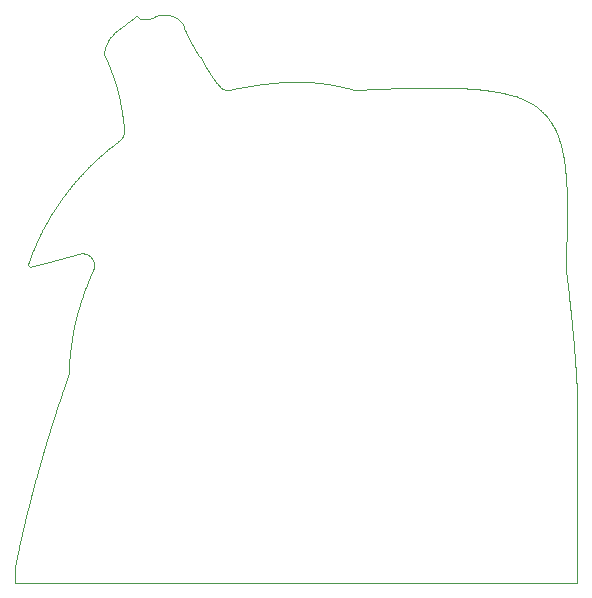
<source format=gko>
G04 #@! TF.GenerationSoftware,KiCad,Pcbnew,(5.1.2)-1*
G04 #@! TF.CreationDate,2019-07-09T23:08:42-04:00*
G04 #@! TF.ProjectId,SPIvSPI_SAO_Black,53504976-5350-4495-9f53-414f5f426c61,0*
G04 #@! TF.SameCoordinates,PX8b5c450PY5b57ca0*
G04 #@! TF.FileFunction,Profile,NP*
%FSLAX46Y46*%
G04 Gerber Fmt 4.6, Leading zero omitted, Abs format (unit mm)*
G04 Created by KiCad (PCBNEW (5.1.2)-1) date 2019-07-09 23:08:42*
%MOMM*%
%LPD*%
G04 APERTURE LIST*
%ADD10C,0.100000*%
G04 APERTURE END LIST*
D10*
X20939799Y5772260D02*
X20944256Y5889302D01*
X20944256Y5889302D02*
X20948256Y5995202D01*
X20948256Y5995202D02*
X20952206Y6100627D01*
X20952206Y6100627D02*
X20956099Y6205581D01*
X20956099Y6205581D02*
X20959939Y6310061D01*
X20959939Y6310061D02*
X20963722Y6414071D01*
X20963722Y6414071D02*
X20967446Y6517611D01*
X20967446Y6517611D02*
X20971112Y6620682D01*
X20971112Y6620682D02*
X20974716Y6723286D01*
X20974716Y6723286D02*
X20978258Y6825423D01*
X20978258Y6825423D02*
X20981738Y6927091D01*
X20981738Y6927091D02*
X20985151Y7028296D01*
X20985151Y7028296D02*
X20988500Y7129036D01*
X20988500Y7129036D02*
X20991781Y7229314D01*
X20991781Y7229314D02*
X20994991Y7329129D01*
X20994991Y7329129D02*
X20998134Y7428484D01*
X20998134Y7428484D02*
X21001203Y7527379D01*
X21001203Y7527379D02*
X21004202Y7625813D01*
X21004202Y7625813D02*
X21007127Y7723788D01*
X21007127Y7723788D02*
X21009973Y7821308D01*
X21009973Y7821308D02*
X21013153Y7932891D01*
X21013153Y7932891D02*
X21015968Y8034244D01*
X21015968Y8034244D02*
X21018692Y8135098D01*
X21018692Y8135098D02*
X21021575Y8244984D01*
X21021575Y8244984D02*
X21024113Y8344790D01*
X21024113Y8344790D02*
X21026783Y8453535D01*
X21026783Y8453535D02*
X21029340Y8561684D01*
X21029340Y8561684D02*
X21031576Y8659909D01*
X21031576Y8659909D02*
X21034009Y8771564D01*
X21034009Y8771564D02*
X21036221Y8877962D01*
X21036221Y8877962D02*
X21038486Y8992944D01*
X21038486Y8992944D02*
X21040442Y9098115D01*
X21040442Y9098115D02*
X21042424Y9211767D01*
X21042424Y9211767D02*
X21044185Y9320221D01*
X21044185Y9320221D02*
X21045740Y9423561D01*
X21045740Y9423561D02*
X21047284Y9535228D01*
X21047284Y9535228D02*
X21048612Y9641786D01*
X21048612Y9641786D02*
X21049793Y9747714D01*
X21049793Y9747714D02*
X21050824Y9853015D01*
X21050824Y9853015D02*
X21051669Y9953338D01*
X21051669Y9953338D02*
X21052426Y10061735D01*
X21052426Y10061735D02*
X21052990Y10165163D01*
X21052990Y10165163D02*
X21053407Y10272238D01*
X21053407Y10272238D02*
X21053662Y10387124D01*
X21053662Y10387124D02*
X21053707Y10501228D01*
X21053707Y10501228D02*
X21053549Y10610372D01*
X21053549Y10610372D02*
X21053225Y10710479D01*
X21053225Y10710479D02*
X21052679Y10818239D01*
X21052679Y10818239D02*
X21051658Y10958076D01*
X21051658Y10958076D02*
X21050547Y11072320D01*
X21050547Y11072320D02*
X21049296Y11177664D01*
X21049296Y11177664D02*
X21047830Y11282300D01*
X21047830Y11282300D02*
X21046006Y11394195D01*
X21046006Y11394195D02*
X21043925Y11505272D01*
X21043925Y11505272D02*
X21041759Y11607686D01*
X21041759Y11607686D02*
X21039367Y11709402D01*
X21039367Y11709402D02*
X21035671Y11849087D01*
X21035671Y11849087D02*
X21032722Y11949142D01*
X21032722Y11949142D02*
X21027985Y12094128D01*
X21027985Y12094128D02*
X21024166Y12200020D01*
X21024166Y12200020D02*
X21020364Y12297633D01*
X21020364Y12297633D02*
X21015994Y12401986D01*
X21015994Y12401986D02*
X21011672Y12498181D01*
X21011672Y12498181D02*
X21006373Y12608326D01*
X21006373Y12608326D02*
X21001115Y12710316D01*
X21001115Y12710316D02*
X20994736Y12825914D01*
X20994736Y12825914D02*
X20988828Y12926226D01*
X20988828Y12926226D02*
X20982608Y13025761D01*
X20982608Y13025761D02*
X20974150Y13152593D01*
X20974150Y13152593D02*
X20967207Y13250361D01*
X20967207Y13250361D02*
X20959943Y13347357D01*
X20959943Y13347357D02*
X20951798Y13450432D01*
X20951798Y13450432D02*
X20943854Y13545842D01*
X20943854Y13545842D02*
X20934972Y13647225D01*
X20934972Y13647225D02*
X20925703Y13747737D01*
X20925703Y13747737D02*
X20916039Y13847384D01*
X20916039Y13847384D02*
X20905982Y13946166D01*
X20905982Y13946166D02*
X20896232Y14037586D01*
X20896232Y14037586D02*
X20883919Y14147592D01*
X20883919Y14147592D02*
X20873382Y14237363D01*
X20873382Y14237363D02*
X20860899Y14339048D01*
X20860899Y14339048D02*
X20847938Y14439773D01*
X20847938Y14439773D02*
X20831917Y14558136D01*
X20831917Y14558136D02*
X20818783Y14650630D01*
X20818783Y14650630D02*
X20805215Y14742288D01*
X20805215Y14742288D02*
X20788352Y14851179D01*
X20788352Y14851179D02*
X20764871Y14994509D01*
X20764871Y14994509D02*
X20741286Y15129890D01*
X20741286Y15129890D02*
X20724240Y15222934D01*
X20724240Y15222934D02*
X20706669Y15315048D01*
X20706669Y15315048D02*
X20688563Y15406242D01*
X20688563Y15406242D02*
X20671103Y15490899D01*
X20671103Y15490899D02*
X20653163Y15574753D01*
X20653163Y15574753D02*
X20615833Y15740059D01*
X20615833Y15740059D02*
X20593809Y15832320D01*
X20593809Y15832320D02*
X20569795Y15928901D01*
X20569795Y15928901D02*
X20547841Y16013800D01*
X20547841Y16013800D02*
X20519588Y16118670D01*
X20519588Y16118670D02*
X20494858Y16206720D01*
X20494858Y16206720D02*
X20454206Y16344521D01*
X20454206Y16344521D02*
X20416644Y16464916D01*
X20416644Y16464916D02*
X20389212Y16549012D01*
X20389212Y16549012D02*
X20361088Y16632133D01*
X20361088Y16632133D02*
X20333981Y16709475D01*
X20333981Y16709475D02*
X20300980Y16800206D01*
X20300980Y16800206D02*
X20261657Y16903764D01*
X20261657Y16903764D02*
X20213630Y17024086D01*
X20213630Y17024086D02*
X20179380Y17106086D01*
X20179380Y17106086D02*
X20146273Y17182559D01*
X20146273Y17182559D02*
X20114435Y17253677D01*
X20114435Y17253677D02*
X20038255Y17414972D01*
X20038255Y17414972D02*
X19942941Y17601097D01*
X19942941Y17601097D02*
X19877266Y17720425D01*
X19877266Y17720425D02*
X19821171Y17817193D01*
X19821171Y17817193D02*
X19765913Y17908252D01*
X19765913Y17908252D02*
X19726597Y17970636D01*
X19726597Y17970636D02*
X19668813Y18058941D01*
X19668813Y18058941D02*
X19625131Y18123177D01*
X19625131Y18123177D02*
X19483571Y18317852D01*
X19483571Y18317852D02*
X19385554Y18441825D01*
X19385554Y18441825D02*
X19239143Y18612699D01*
X19239143Y18612699D02*
X19138320Y18721511D01*
X19138320Y18721511D02*
X19059688Y18801871D01*
X19059688Y18801871D02*
X19008333Y18852373D01*
X19008333Y18852373D02*
X18956168Y18902153D01*
X18956168Y18902153D02*
X18886461Y18966401D01*
X18886461Y18966401D02*
X18825585Y19020495D01*
X18825585Y19020495D02*
X18760186Y19076624D01*
X18760186Y19076624D02*
X18700674Y19126004D01*
X18700674Y19126004D02*
X18629441Y19183091D01*
X18629441Y19183091D02*
X18501586Y19280391D01*
X18501586Y19280391D02*
X18422902Y19337196D01*
X18422902Y19337196D02*
X18331146Y19400683D01*
X18331146Y19400683D02*
X18237417Y19462655D01*
X18237417Y19462655D02*
X18173828Y19503136D01*
X18173828Y19503136D02*
X18097160Y19550344D01*
X18097160Y19550344D02*
X18027491Y19591797D01*
X18027491Y19591797D02*
X17940021Y19641985D01*
X17940021Y19641985D02*
X17850985Y19691054D01*
X17850985Y19691054D02*
X17777753Y19729964D01*
X17777753Y19729964D02*
X17685852Y19777032D01*
X17685852Y19777032D02*
X17610282Y19814337D01*
X17610282Y19814337D02*
X17538194Y19848795D01*
X17538194Y19848795D02*
X17455968Y19886816D01*
X17455968Y19886816D02*
X17381874Y19919950D01*
X17381874Y19919950D02*
X17302103Y19954478D01*
X17302103Y19954478D02*
X17221252Y19988314D01*
X17221252Y19988314D02*
X17119872Y20029163D01*
X17119872Y20029163D02*
X17036577Y20061470D01*
X17036577Y20061470D02*
X16962167Y20089413D01*
X16962167Y20089413D02*
X16886893Y20116832D01*
X16886893Y20116832D02*
X16697495Y20182251D01*
X16697495Y20182251D02*
X16613941Y20209570D01*
X16613941Y20209570D02*
X16529381Y20236314D01*
X16529381Y20236314D02*
X16443808Y20262482D01*
X16443808Y20262482D02*
X16357218Y20288080D01*
X16357218Y20288080D02*
X16264098Y20314655D01*
X16264098Y20314655D02*
X16169815Y20340597D01*
X16169815Y20340597D02*
X16063059Y20368845D01*
X16063059Y20368845D02*
X15977743Y20390594D01*
X15977743Y20390594D02*
X15879940Y20414659D01*
X15879940Y20414659D02*
X15739840Y20447590D01*
X15739840Y20447590D02*
X15645118Y20468866D01*
X15645118Y20468866D02*
X15555349Y20488326D01*
X15555349Y20488326D02*
X15458557Y20508570D01*
X15458557Y20508570D02*
X15360690Y20528286D01*
X15360690Y20528286D02*
X15255521Y20548660D01*
X15255521Y20548660D02*
X15155418Y20567299D01*
X15155418Y20567299D02*
X15066930Y20583186D01*
X15066930Y20583186D02*
X14958351Y20601951D01*
X14958351Y20601951D02*
X14835523Y20622247D01*
X14835523Y20622247D02*
X14744018Y20636747D01*
X14744018Y20636747D02*
X14651659Y20650864D01*
X14651659Y20650864D02*
X14531651Y20668458D01*
X14531651Y20668458D02*
X14423782Y20683575D01*
X14423782Y20683575D02*
X14321629Y20697302D01*
X14321629Y20697302D02*
X14211563Y20711479D01*
X14211563Y20711479D02*
X14100357Y20725176D01*
X14100357Y20725176D02*
X13980942Y20739209D01*
X13980942Y20739209D02*
X13853084Y20753485D01*
X13853084Y20753485D02*
X13759828Y20763429D01*
X13759828Y20763429D02*
X13636721Y20775971D01*
X13636721Y20775971D02*
X13534347Y20785910D01*
X13534347Y20785910D02*
X13401402Y20798175D01*
X13401402Y20798175D02*
X13304457Y20806677D01*
X13304457Y20806677D02*
X13206729Y20814886D01*
X13206729Y20814886D02*
X13108216Y20822800D01*
X13108216Y20822800D02*
X13008914Y20830422D01*
X13008914Y20830422D02*
X12908821Y20837755D01*
X12908821Y20837755D02*
X12792343Y20845861D01*
X12792343Y20845861D02*
X12666927Y20854089D01*
X12666927Y20854089D02*
X12532346Y20862362D01*
X12532346Y20862362D02*
X12380301Y20871043D01*
X12380301Y20871043D02*
X12283381Y20876222D01*
X12283381Y20876222D02*
X12144893Y20883160D01*
X12144893Y20883160D02*
X12038052Y20888152D01*
X12038052Y20888152D02*
X11888763Y20894619D01*
X11888763Y20894619D02*
X11788361Y20898645D01*
X11788361Y20898645D02*
X11670338Y20903060D01*
X11670338Y20903060D02*
X11448595Y20910454D01*
X11448595Y20910454D02*
X11336473Y20913763D01*
X11336473Y20913763D02*
X11232234Y20916592D01*
X11232234Y20916592D02*
X11100926Y20919825D01*
X11100926Y20919825D02*
X10870663Y20924635D01*
X10870663Y20924635D02*
X10754257Y20926670D01*
X10754257Y20926670D02*
X10655094Y20928200D01*
X10655094Y20928200D02*
X10555318Y20929558D01*
X10555318Y20929558D02*
X10454929Y20930742D01*
X10454929Y20930742D02*
X10353925Y20931756D01*
X10353925Y20931756D02*
X10233760Y20932735D01*
X10233760Y20932735D02*
X10131407Y20933377D01*
X10131407Y20933377D02*
X10028430Y20933854D01*
X10028430Y20933854D02*
X9915380Y20934187D01*
X9915380Y20934187D02*
X9811099Y20934318D01*
X9811099Y20934318D02*
X9706190Y20934287D01*
X9706190Y20934287D02*
X9605466Y20934104D01*
X9605466Y20934104D02*
X9504164Y20933778D01*
X9504164Y20933778D02*
X9397421Y20933280D01*
X9397421Y20933280D02*
X9294939Y20932656D01*
X9294939Y20932656D02*
X9191877Y20931891D01*
X9191877Y20931891D02*
X9078336Y20930889D01*
X9078336Y20930889D02*
X8974055Y20929829D01*
X8974055Y20929829D02*
X8874197Y20928687D01*
X8874197Y20928687D02*
X8773808Y20927423D01*
X8773808Y20927423D02*
X8672886Y20926032D01*
X8672886Y20926032D02*
X8571432Y20924519D01*
X8571432Y20924519D02*
X8469441Y20922883D01*
X8469441Y20922883D02*
X8351491Y20920852D01*
X8351491Y20920852D02*
X8243175Y20918858D01*
X8243175Y20918858D02*
X8144662Y20916942D01*
X8144662Y20916942D02*
X8045660Y20914918D01*
X8045660Y20914918D02*
X7935671Y20912556D01*
X7935671Y20912556D02*
X7830359Y20910189D01*
X7830359Y20910189D02*
X7724505Y20907705D01*
X7724505Y20907705D02*
X7623436Y20905240D01*
X7623436Y20905240D02*
X7511156Y20902397D01*
X7511156Y20902397D02*
X7403657Y20899574D01*
X7403657Y20899574D02*
X7295610Y20896639D01*
X7295610Y20896639D02*
X7187011Y20893594D01*
X7187011Y20893594D02*
X7077860Y20890438D01*
X7077860Y20890438D02*
X6973651Y20887339D01*
X6973651Y20887339D02*
X6857894Y20883801D01*
X6857894Y20883801D02*
X6747076Y20880324D01*
X6747076Y20880324D02*
X6641281Y20876922D01*
X6641281Y20876922D02*
X6529375Y20873236D01*
X6529375Y20873236D02*
X6411267Y20869259D01*
X6411267Y20869259D02*
X6303874Y20865560D01*
X6303874Y20865560D02*
X6184589Y20861364D01*
X6184589Y20861364D02*
X6076123Y20857475D01*
X6076123Y20857475D02*
X5978645Y20853918D01*
X5978645Y20853918D02*
X5863437Y20849642D01*
X5863437Y20849642D02*
X5747661Y20845268D01*
X5747661Y20845268D02*
X5648803Y20841472D01*
X5648803Y20841472D02*
X5537828Y20837148D01*
X5537828Y20837148D02*
X5438097Y20833206D01*
X5438097Y20833206D02*
X5326141Y20828722D01*
X5326141Y20828722D02*
X5213666Y20824152D01*
X5213666Y20824152D02*
X5112592Y20819992D01*
X5112592Y20819992D02*
X4993145Y20815012D01*
X4993145Y20815012D02*
X4897171Y20810962D01*
X4897171Y20810962D02*
X4800828Y20806855D01*
X4800828Y20806855D02*
X4704112Y20802691D01*
X4704112Y20802691D02*
X4607023Y20798471D01*
X4607023Y20798471D02*
X4509561Y20794195D01*
X4509561Y20794195D02*
X4411725Y20789863D01*
X4411725Y20789863D02*
X4313517Y20785476D01*
X4313517Y20785476D02*
X4214932Y20781034D01*
X4214932Y20781034D02*
X4115972Y20776539D01*
X4115972Y20776539D02*
X4016636Y20771990D01*
X4016636Y20771990D02*
X3916923Y20767385D01*
X3916923Y20767385D02*
X3816830Y20762730D01*
X3816830Y20762730D02*
X3716360Y20758022D01*
X3716360Y20758022D02*
X3615511Y20753264D01*
X3615511Y20753264D02*
X3514282Y20748454D01*
X3514282Y20748454D02*
X3412672Y20743593D01*
X3412672Y20743593D02*
X3310682Y20738682D01*
X3310682Y20738682D02*
X3208310Y20733720D01*
X3208310Y20733720D02*
X3105554Y20728710D01*
X3105554Y20728710D02*
X3066923Y20726817D01*
X-11456910Y26277016D02*
X-11500236Y26340923D01*
X-11500236Y26340923D02*
X-11543009Y26398470D01*
X-11543009Y26398470D02*
X-11589199Y26455440D01*
X-11589199Y26455440D02*
X-11637961Y26510599D01*
X-11637961Y26510599D02*
X-11688516Y26563135D01*
X-11688516Y26563135D02*
X-11739700Y26612117D01*
X-11739700Y26612117D02*
X-11793703Y26659742D01*
X-11793703Y26659742D02*
X-11851665Y26706747D01*
X-11851665Y26706747D02*
X-11909977Y26750182D01*
X-11909977Y26750182D02*
X-11969597Y26790983D01*
X-11969597Y26790983D02*
X-12035022Y26831941D01*
X-12035022Y26831941D02*
X-12101162Y26869632D01*
X-12101162Y26869632D02*
X-12167196Y26903839D01*
X-12167196Y26903839D02*
X-12237237Y26936655D01*
X-12237237Y26936655D02*
X-12307983Y26966428D01*
X-12307983Y26966428D02*
X-12382086Y26994210D01*
X-12382086Y26994210D02*
X-12458523Y27019435D01*
X-12458523Y27019435D02*
X-12538360Y27042267D01*
X-12538360Y27042267D02*
X-12621257Y27062367D01*
X-12621257Y27062367D02*
X-12654706Y27069474D01*
X-10096421Y23578882D02*
X-10135885Y23643826D01*
X-10135885Y23643826D02*
X-10176960Y23711779D01*
X-10176960Y23711779D02*
X-10217742Y23779623D01*
X-10217742Y23779623D02*
X-10258217Y23847335D01*
X-10258217Y23847335D02*
X-10298363Y23914881D01*
X-10298363Y23914881D02*
X-10338160Y23982237D01*
X-10338160Y23982237D02*
X-10377592Y24049378D01*
X-10377592Y24049378D02*
X-10416641Y24116271D01*
X-10416641Y24116271D02*
X-10455283Y24182891D01*
X-10455283Y24182891D02*
X-10493504Y24249211D01*
X-10493504Y24249211D02*
X-10531283Y24315201D01*
X-10531283Y24315201D02*
X-10568602Y24380837D01*
X-10568602Y24380837D02*
X-10606274Y24447571D01*
X-10606274Y24447571D02*
X-10644245Y24515341D01*
X-10644245Y24515341D02*
X-10680035Y24579717D01*
X-10680035Y24579717D02*
X-10716875Y24646519D01*
X-10716875Y24646519D02*
X-10753109Y24712778D01*
X-10753109Y24712778D02*
X-10790247Y24781306D01*
X-10790247Y24781306D02*
X-10826675Y24849175D01*
X-10826675Y24849175D02*
X-10863101Y24917740D01*
X-10863101Y24917740D02*
X-10898018Y24984168D01*
X-10898018Y24984168D02*
X-10934961Y25055263D01*
X-10934961Y25055263D02*
X-10970950Y25125412D01*
X-10970950Y25125412D02*
X-11005960Y25194570D01*
X-11005960Y25194570D02*
X-11039955Y25262691D01*
X-11039955Y25262691D02*
X-11075397Y25334842D01*
X-11075397Y25334842D02*
X-11109588Y25405680D01*
X-11109588Y25405680D02*
X-11142491Y25475151D01*
X-11142491Y25475151D02*
X-11175720Y25546800D01*
X-11175720Y25546800D02*
X-11207953Y25617973D01*
X-11207953Y25617973D02*
X-11242524Y25696490D01*
X-11242524Y25696490D02*
X-11273100Y25768215D01*
X-11273100Y25768215D02*
X-11302579Y25839884D01*
X-11302579Y25839884D02*
X-11331493Y25913248D01*
X-11331493Y25913248D02*
X-11359345Y25987712D01*
X-11359345Y25987712D02*
X-11385589Y26062628D01*
X-11385589Y26062628D02*
X-11410156Y26139027D01*
X-11410156Y26139027D02*
X-11432517Y26217390D01*
X-11432517Y26217390D02*
X-11434862Y26226373D01*
X-10073123Y23578903D02*
X-10096421Y23578882D01*
X-13982230Y26854651D02*
X-14054364Y26825494D01*
X-14054364Y26825494D02*
X-14133038Y26802142D01*
X-14133038Y26802142D02*
X-14213978Y26781658D01*
X-14213978Y26781658D02*
X-14296955Y26763486D01*
X-14296955Y26763486D02*
X-14381798Y26747601D01*
X-14381798Y26747601D02*
X-14483890Y26732109D01*
X-14483890Y26732109D02*
X-14576546Y26721715D01*
X-14576546Y26721715D02*
X-14670961Y26715195D01*
X-14670961Y26715195D02*
X-14770893Y26713605D01*
X-14770893Y26713605D02*
X-14866611Y26718513D01*
X-14866611Y26718513D02*
X-14954761Y26730426D01*
X-14954761Y26730426D02*
X-15035228Y26750032D01*
X-15035228Y26750032D02*
X-15107309Y26778344D01*
X-15107309Y26778344D02*
X-15169398Y26816451D01*
X-15169398Y26816451D02*
X-15220034Y26866087D01*
X-15220034Y26866087D02*
X-15229914Y26879477D01*
X-9934114Y23465215D02*
X-9975798Y23524888D01*
X-9975798Y23524888D02*
X-10034970Y23565831D01*
X-10034970Y23565831D02*
X-10073123Y23578903D01*
X-11434862Y26226373D02*
X-11456910Y26277016D01*
X-16404347Y26233005D02*
X-16464181Y26190241D01*
X-16464181Y26190241D02*
X-16524941Y26146696D01*
X-16524941Y26146696D02*
X-16585426Y26103108D01*
X-16585426Y26103108D02*
X-16645591Y26059398D01*
X-16645591Y26059398D02*
X-16707629Y26013814D01*
X-16707629Y26013814D02*
X-16766981Y25969591D01*
X-16766981Y25969591D02*
X-16824203Y25926259D01*
X-16824203Y25926259D02*
X-16882029Y25881635D01*
X-16882029Y25881635D02*
X-16938752Y25836914D01*
X-16938752Y25836914D02*
X-16994344Y25792029D01*
X-16994344Y25792029D02*
X-17050370Y25745586D01*
X-17050370Y25745586D02*
X-17105170Y25698822D01*
X-17105170Y25698822D02*
X-17161301Y25649373D01*
X-17161301Y25649373D02*
X-17214553Y25600815D01*
X-17214553Y25600815D02*
X-17266979Y25551259D01*
X-17266979Y25551259D02*
X-17318528Y25500624D01*
X-17318528Y25500624D02*
X-17369152Y25448831D01*
X-17369152Y25448831D02*
X-17418100Y25396577D01*
X-17418100Y25396577D02*
X-17465600Y25343573D01*
X-17465600Y25343573D02*
X-17511861Y25289516D01*
X-17511861Y25289516D02*
X-17557966Y25232960D01*
X-17557966Y25232960D02*
X-17601647Y25176601D01*
X-17601647Y25176601D02*
X-17647580Y25114046D01*
X-17647580Y25114046D02*
X-17688912Y25054487D01*
X-17688912Y25054487D02*
X-17728658Y24993903D01*
X-17728658Y24993903D02*
X-17767961Y24930359D01*
X-17767961Y24930359D02*
X-17807071Y24863023D01*
X-17807071Y24863023D02*
X-17846532Y24790288D01*
X-17846532Y24790288D02*
X-17882330Y24719445D01*
X-17882330Y24719445D02*
X-17915334Y24649345D01*
X-17915334Y24649345D02*
X-17945984Y24579424D01*
X-17945984Y24579424D02*
X-17975116Y24507905D01*
X-17975116Y24507905D02*
X-18002997Y24433977D01*
X-18002997Y24433977D02*
X-18030901Y24353525D01*
X-18030901Y24353525D02*
X-18055143Y24277273D01*
X-18055143Y24277273D02*
X-18078182Y24198058D01*
X-18078182Y24198058D02*
X-18099276Y24118372D01*
X-18099276Y24118372D02*
X-18119709Y24032913D01*
X-18119709Y24032913D02*
X-18137658Y23949170D01*
X-18137658Y23949170D02*
X-18153997Y23863632D01*
X-18153997Y23863632D02*
X-18158935Y23835563D01*
X-7457434Y20758447D02*
X-7544647Y20744313D01*
X-7544647Y20744313D02*
X-7638398Y20737840D01*
X-7638398Y20737840D02*
X-7736676Y20740599D01*
X-7736676Y20740599D02*
X-7826134Y20751669D01*
X-7826134Y20751669D02*
X-7909454Y20769549D01*
X-7909454Y20769549D02*
X-7986713Y20793020D01*
X-7986713Y20793020D02*
X-8058823Y20821371D01*
X-8058823Y20821371D02*
X-8129509Y20855800D01*
X-8129509Y20855800D02*
X-8192839Y20892906D01*
X-8192839Y20892906D02*
X-8252248Y20933866D01*
X-8252248Y20933866D02*
X-8307836Y20978481D01*
X-8307836Y20978481D02*
X-8362011Y21028961D01*
X-8362011Y21028961D02*
X-8410922Y21081827D01*
X-8410922Y21081827D02*
X-8448373Y21128149D01*
X-8448373Y21128149D02*
X-8492669Y21186721D01*
X-8492669Y21186721D02*
X-8535643Y21244064D01*
X-8535643Y21244064D02*
X-8580178Y21304005D01*
X-8580178Y21304005D02*
X-8623264Y21362466D01*
X-8623264Y21362466D02*
X-8667858Y21423446D01*
X-8667858Y21423446D02*
X-8712938Y21485559D01*
X-8712938Y21485559D02*
X-8758479Y21548768D01*
X-8758479Y21548768D02*
X-8800254Y21607147D01*
X-8800254Y21607147D02*
X-8842369Y21666369D01*
X-8842369Y21666369D02*
X-8884801Y21726406D01*
X-8884801Y21726406D02*
X-8927532Y21787228D01*
X-8927532Y21787228D02*
X-8970540Y21848800D01*
X-8970540Y21848800D02*
X-9013808Y21911102D01*
X-9013808Y21911102D02*
X-9057314Y21974101D01*
X-9057314Y21974101D02*
X-9101036Y22037765D01*
X-9101036Y22037765D02*
X-9144958Y22102067D01*
X-9144958Y22102067D02*
X-9189056Y22166977D01*
X-9189056Y22166977D02*
X-9237747Y22239044D01*
X-9237747Y22239044D02*
X-9282155Y22305136D01*
X-9282155Y22305136D02*
X-9326678Y22371743D01*
X-9326678Y22371743D02*
X-9366832Y22432110D01*
X-9366832Y22432110D02*
X-9407050Y22492847D01*
X-9407050Y22492847D02*
X-9447316Y22553940D01*
X-9447316Y22553940D02*
X-9487615Y22615361D01*
X-9487615Y22615361D02*
X-9527935Y22677092D01*
X-9527935Y22677092D02*
X-9539133Y22694289D01*
X21930823Y-6158321D02*
X21929838Y-6052942D01*
X21929838Y-6052942D02*
X21928523Y-5949308D01*
X21928523Y-5949308D02*
X21926970Y-5850770D01*
X21926970Y-5850770D02*
X21925114Y-5751115D01*
X21925114Y-5751115D02*
X21922884Y-5647103D01*
X21922884Y-5647103D02*
X21920343Y-5541964D01*
X21920343Y-5541964D02*
X21917400Y-5432393D01*
X21917400Y-5432393D02*
X21914551Y-5335169D01*
X21914551Y-5335169D02*
X21911343Y-5233697D01*
X21911343Y-5233697D02*
X21907881Y-5131345D01*
X21907881Y-5131345D02*
X21904169Y-5028137D01*
X21904169Y-5028137D02*
X21900344Y-4927584D01*
X21900344Y-4927584D02*
X21896436Y-4829784D01*
X21896436Y-4829784D02*
X21892320Y-4731306D01*
X21892320Y-4731306D02*
X21888000Y-4632172D01*
X21888000Y-4632172D02*
X21883644Y-4535976D01*
X21883644Y-4535976D02*
X21878762Y-4432021D01*
X21878762Y-4432021D02*
X21874026Y-4334662D01*
X21874026Y-4334662D02*
X21868745Y-4229500D01*
X21868745Y-4229500D02*
X21863263Y-4123749D01*
X21863263Y-4123749D02*
X21857984Y-4024786D01*
X21857984Y-4024786D02*
X21852538Y-3925349D01*
X21852538Y-3925349D02*
X21846507Y-3818047D01*
X21846507Y-3818047D02*
X21840509Y-3713975D01*
X21840509Y-3713975D02*
X21834567Y-3613201D01*
X21834567Y-3613201D02*
X21828013Y-3504528D01*
X21828013Y-3504528D02*
X21821753Y-3402962D01*
X21821753Y-3402962D02*
X21815829Y-3308610D01*
X21815829Y-3308610D02*
X21809047Y-3202597D01*
X21809047Y-3202597D02*
X21802115Y-3096248D01*
X21802115Y-3096248D02*
X21795036Y-2989584D01*
X21795036Y-2989584D02*
X21787813Y-2882626D01*
X21787813Y-2882626D02*
X21780450Y-2775397D01*
X21780450Y-2775397D02*
X21772951Y-2667916D01*
X21772951Y-2667916D02*
X21765320Y-2560208D01*
X21765320Y-2560208D02*
X21757558Y-2452292D01*
X21757558Y-2452292D02*
X21749671Y-2344191D01*
X21749671Y-2344191D02*
X21741662Y-2235925D01*
X21741662Y-2235925D02*
X21733535Y-2127518D01*
X21733535Y-2127518D02*
X21726479Y-2034501D01*
X21726479Y-2034501D02*
X21719338Y-1941406D01*
X21719338Y-1941406D02*
X21712120Y-1848253D01*
X21712120Y-1848253D02*
X21704824Y-1755050D01*
X21704824Y-1755050D02*
X21696218Y-1646271D01*
X21696218Y-1646271D02*
X21687514Y-1537467D01*
X21687514Y-1537467D02*
X21679975Y-1444200D01*
X21679975Y-1444200D02*
X21671095Y-1335405D01*
X21671095Y-1335405D02*
X21662449Y-1230529D01*
X21662449Y-1230529D02*
X21654374Y-1133469D01*
X21654374Y-1133469D02*
X21646562Y-1040350D01*
X21646562Y-1040350D02*
X21638361Y-943422D01*
X21638361Y-943422D02*
X21629770Y-842716D01*
X21629770Y-842716D02*
X21621283Y-744057D01*
X21621283Y-744057D02*
X21613075Y-649388D01*
X21613075Y-649388D02*
X21604986Y-556778D01*
X21604986Y-556778D02*
X21595832Y-452759D01*
X21595832Y-452759D02*
X21587307Y-356622D01*
X21587307Y-356622D02*
X21578565Y-258751D01*
X21578565Y-258751D02*
X21569781Y-161088D01*
X21569781Y-161088D02*
X21561128Y-65557D01*
X21561128Y-65557D02*
X21551743Y37358D01*
X21551743Y37358D02*
X21542493Y138086D01*
X21542493Y138086D02*
X21533561Y234733D01*
X21533561Y234733D02*
X21524422Y332978D01*
X21524422Y332978D02*
X21515257Y430901D01*
X21515257Y430901D02*
X21505356Y535983D01*
X21505356Y535983D02*
X21495431Y640652D01*
X21495431Y640652D02*
X21486374Y735599D01*
X21486374Y735599D02*
X21476944Y833871D01*
X21476944Y833871D02*
X21466968Y937244D01*
X21466968Y937244D02*
X21456981Y1040123D01*
X21456981Y1040123D02*
X21446986Y1142486D01*
X21446986Y1142486D02*
X21436985Y1244311D01*
X21436985Y1244311D02*
X21426986Y1345576D01*
X21426986Y1345576D02*
X21416989Y1446262D01*
X21416989Y1446262D02*
X21406996Y1546343D01*
X21406996Y1546343D02*
X21397016Y1645802D01*
X21397016Y1645802D02*
X21387049Y1744614D01*
X21387049Y1744614D02*
X21377102Y1842758D01*
X21377102Y1842758D02*
X21365758Y1954080D01*
X21365758Y1954080D02*
X21355859Y2050723D01*
X21355859Y2050723D02*
X21345989Y2146633D01*
X21345989Y2146633D02*
X21336152Y2241784D01*
X21336152Y2241784D02*
X21326353Y2336158D01*
X21326353Y2336158D02*
X21316590Y2429733D01*
X21316590Y2429733D02*
X21306179Y2529082D01*
X21306179Y2529082D02*
X21295823Y2627458D01*
X21295823Y2627458D02*
X21286212Y2718379D01*
X21286212Y2718379D02*
X21275293Y2821199D01*
X21275293Y2821199D02*
X21265128Y2916512D01*
X21265128Y2916512D02*
X21254364Y3016991D01*
X21254364Y3016991D02*
X21243688Y3116214D01*
X21243688Y3116214D02*
X21233104Y3214153D01*
X21233104Y3214153D02*
X21223269Y3304767D01*
X21223269Y3304767D02*
X21212881Y3400119D01*
X21212881Y3400119D02*
X21202602Y3494087D01*
X21202602Y3494087D02*
X21192434Y3586643D01*
X21192434Y3586643D02*
X21181765Y3683397D01*
X21181765Y3683397D02*
X21171236Y3778479D01*
X21171236Y3778479D02*
X21159643Y3882724D01*
X21159643Y3882724D02*
X21147651Y3990088D01*
X21147651Y3990088D02*
X21135883Y4094961D01*
X21135883Y4094961D02*
X21124351Y4197282D01*
X21124351Y4197282D02*
X21113063Y4296989D01*
X21113063Y4296989D02*
X21102853Y4386831D01*
X21102853Y4386831D02*
X21091806Y4483656D01*
X21091806Y4483656D02*
X21080789Y4579793D01*
X21080789Y4579793D02*
X21068590Y4685788D01*
X21068590Y4685788D02*
X21056824Y4787544D01*
X21056824Y4787544D02*
X21045509Y4884959D01*
X21045509Y4884959D02*
X21033782Y4985478D01*
X21033782Y4985478D02*
X21022631Y5080601D01*
X21022631Y5080601D02*
X21011291Y5176902D01*
X21011291Y5176902D02*
X20998494Y5285029D01*
X20998494Y5285029D02*
X20987470Y5377677D01*
X20987470Y5377677D02*
X20975146Y5480671D01*
X20975146Y5480671D02*
X20964279Y5570950D01*
X20964279Y5570950D02*
X20952656Y5666902D01*
X20952656Y5666902D02*
X20941305Y5759884D01*
X20941305Y5759884D02*
X20939799Y5772260D01*
X-15536011Y26913067D02*
X-15589572Y26864148D01*
X-15589572Y26864148D02*
X-15642710Y26817010D01*
X-15642710Y26817010D02*
X-15696629Y26770479D01*
X-15696629Y26770479D02*
X-15753398Y26722767D01*
X-15753398Y26722767D02*
X-15809199Y26677026D01*
X-15809199Y26677026D02*
X-15866096Y26631449D01*
X-15866096Y26631449D02*
X-15923193Y26586669D01*
X-15923193Y26586669D02*
X-15984721Y26539365D01*
X-15984721Y26539365D02*
X-16043797Y26494751D01*
X-16043797Y26494751D02*
X-16102072Y26451402D01*
X-16102072Y26451402D02*
X-16167204Y26403596D01*
X-16167204Y26403596D02*
X-16225426Y26361323D01*
X-16225426Y26361323D02*
X-16286957Y26316997D01*
X-16286957Y26316997D02*
X-16346611Y26274260D01*
X-16346611Y26274260D02*
X-16404347Y26233005D01*
X-15229914Y26879477D02*
X-15279846Y26929955D01*
X-15279846Y26929955D02*
X-15349339Y26961587D01*
X-15349339Y26961587D02*
X-15375297Y26966121D01*
X-15375297Y26966121D02*
X-15466751Y26955526D01*
X-15466751Y26955526D02*
X-15530095Y26918377D01*
X-15530095Y26918377D02*
X-15536011Y26913067D01*
X-9539133Y22694289D02*
X-9574891Y22758534D01*
X-9574891Y22758534D02*
X-9612423Y22826800D01*
X-9612423Y22826800D02*
X-9648516Y22893349D01*
X-9648516Y22893349D02*
X-9685255Y22962110D01*
X-9685255Y22962110D02*
X-9721826Y23031707D01*
X-9721826Y23031707D02*
X-9755891Y23097668D01*
X-9755891Y23097668D02*
X-9791300Y23167516D01*
X-9791300Y23167516D02*
X-9824955Y23235227D01*
X-9824955Y23235227D02*
X-9858381Y23303871D01*
X-9858381Y23303871D02*
X-9890990Y23372297D01*
X-9890990Y23372297D02*
X-9922962Y23440905D01*
X-9922962Y23440905D02*
X-9934114Y23465215D01*
X3066923Y20726817D02*
X2986388Y20749332D01*
X2986388Y20749332D02*
X2905781Y20771584D01*
X2905781Y20771584D02*
X2827058Y20793036D01*
X2827058Y20793036D02*
X2746266Y20814757D01*
X2746266Y20814757D02*
X2653513Y20839314D01*
X2653513Y20839314D02*
X2566531Y20861964D01*
X2566531Y20861964D02*
X2470457Y20886546D01*
X2470457Y20886546D02*
X2383110Y20908485D01*
X2383110Y20908485D02*
X2296563Y20929831D01*
X2296563Y20929831D02*
X2214799Y20949632D01*
X2214799Y20949632D02*
X2130833Y20969588D01*
X2130833Y20969588D02*
X2049657Y20988513D01*
X2049657Y20988513D02*
X1960208Y21008941D01*
X1960208Y21008941D02*
X1874519Y21028082D01*
X1874519Y21028082D02*
X1789570Y21046640D01*
X1789570Y21046640D02*
X1703325Y21065052D01*
X1703325Y21065052D02*
X1613720Y21083714D01*
X1613720Y21083714D02*
X1527871Y21101144D01*
X1527871Y21101144D02*
X1442727Y21117995D01*
X1442727Y21117995D02*
X1355193Y21134858D01*
X1355193Y21134858D02*
X1268338Y21151125D01*
X1268338Y21151125D02*
X1181114Y21166995D01*
X1181114Y21166995D02*
X1085150Y21183908D01*
X1085150Y21183908D02*
X997119Y21198919D01*
X997119Y21198919D02*
X909731Y21213343D01*
X909731Y21213343D02*
X819813Y21227681D01*
X819813Y21227681D02*
X730515Y21241415D01*
X730515Y21241415D02*
X640762Y21254715D01*
X640762Y21254715D02*
X550548Y21267570D01*
X550548Y21267570D02*
X456607Y21280407D01*
X456607Y21280407D02*
X361044Y21292898D01*
X361044Y21292898D02*
X268212Y21304478D01*
X268212Y21304478D02*
X175947Y21315449D01*
X175947Y21315449D02*
X83143Y21325949D01*
X83143Y21325949D02*
X-10210Y21335962D01*
X-10210Y21335962D02*
X-107490Y21345817D01*
X-107490Y21345817D02*
X-207656Y21355356D01*
X-207656Y21355356D02*
X-307349Y21364233D01*
X-307349Y21364233D02*
X-403133Y21372185D01*
X-403133Y21372185D02*
X-499541Y21379626D01*
X-499541Y21379626D02*
X-596588Y21386546D01*
X-596588Y21386546D02*
X-693116Y21392865D01*
X-693116Y21392865D02*
X-789125Y21398602D01*
X-789125Y21398602D02*
X-886958Y21403885D01*
X-886958Y21403885D02*
X-1009309Y21409701D01*
X-1009309Y21409701D02*
X-1106276Y21413691D01*
X-1106276Y21413691D02*
X-1207544Y21417283D01*
X-1207544Y21417283D02*
X-1304677Y21420177D01*
X-1304677Y21420177D02*
X-1403722Y21422586D01*
X-1403722Y21422586D02*
X-1505946Y21424495D01*
X-1505946Y21424495D02*
X-1615161Y21425896D01*
X-1615161Y21425896D02*
X-1718969Y21426630D01*
X-1718969Y21426630D02*
X-1821037Y21426785D01*
X-1821037Y21426785D02*
X-1922592Y21426388D01*
X-1922592Y21426388D02*
X-2030042Y21425380D01*
X-2030042Y21425380D02*
X-2130575Y21423896D01*
X-2130575Y21423896D02*
X-2231852Y21421877D01*
X-2231852Y21421877D02*
X-2331258Y21419394D01*
X-2331258Y21419394D02*
X-2434034Y21416306D01*
X-2434034Y21416306D02*
X-2532260Y21412872D01*
X-2532260Y21412872D02*
X-2628509Y21409054D01*
X-2628509Y21409054D02*
X-2725441Y21404762D01*
X-2725441Y21404762D02*
X-2828503Y21399709D01*
X-2828503Y21399709D02*
X-2932342Y21394118D01*
X-2932342Y21394118D02*
X-3031446Y21388322D01*
X-3031446Y21388322D02*
X-3125700Y21382396D01*
X-3125700Y21382396D02*
X-3220600Y21376028D01*
X-3220600Y21376028D02*
X-3316153Y21369215D01*
X-3316153Y21369215D02*
X-3418051Y21361516D01*
X-3418051Y21361516D02*
X-3514976Y21353780D01*
X-3514976Y21353780D02*
X-3612577Y21345588D01*
X-3612577Y21345588D02*
X-3705061Y21337459D01*
X-3705061Y21337459D02*
X-3798158Y21328921D01*
X-3798158Y21328921D02*
X-3891874Y21319974D01*
X-3891874Y21319974D02*
X-3986215Y21310612D01*
X-3986215Y21310612D02*
X-4081186Y21300832D01*
X-4081186Y21300832D02*
X-4176797Y21290635D01*
X-4176797Y21290635D02*
X-4267015Y21280692D01*
X-4267015Y21280692D02*
X-4357804Y21270375D01*
X-4357804Y21270375D02*
X-4449168Y21259681D01*
X-4449168Y21259681D02*
X-4541114Y21248611D01*
X-4541114Y21248611D02*
X-4633645Y21237160D01*
X-4633645Y21237160D02*
X-4726770Y21225328D01*
X-4726770Y21225328D02*
X-4826758Y21212280D01*
X-4826758Y21212280D02*
X-4921122Y21199651D01*
X-4921122Y21199651D02*
X-5009740Y21187512D01*
X-5009740Y21187512D02*
X-5098893Y21175031D01*
X-5098893Y21175031D02*
X-5188582Y21162207D01*
X-5188582Y21162207D02*
X-5278812Y21149038D01*
X-5278812Y21149038D02*
X-5369588Y21135524D01*
X-5369588Y21135524D02*
X-5460913Y21121661D01*
X-5460913Y21121661D02*
X-5552792Y21107448D01*
X-5552792Y21107448D02*
X-5645230Y21092883D01*
X-5645230Y21092883D02*
X-5731568Y21079043D01*
X-5731568Y21079043D02*
X-5818395Y21064894D01*
X-5818395Y21064894D02*
X-5905714Y21050439D01*
X-5905714Y21050439D02*
X-5993526Y21035674D01*
X-5993526Y21035674D02*
X-6081838Y21020597D01*
X-6081838Y21020597D02*
X-6170651Y21005210D01*
X-6170651Y21005210D02*
X-6259969Y20989506D01*
X-6259969Y20989506D02*
X-6349795Y20973489D01*
X-6349795Y20973489D02*
X-6440131Y20957154D01*
X-6440131Y20957154D02*
X-6530982Y20940498D01*
X-6530982Y20940498D02*
X-6622353Y20923526D01*
X-6622353Y20923526D02*
X-6707159Y20907574D01*
X-6707159Y20907574D02*
X-6792413Y20891346D01*
X-6792413Y20891346D02*
X-6878114Y20874842D01*
X-6878114Y20874842D02*
X-6964267Y20858061D01*
X-6964267Y20858061D02*
X-7050876Y20841003D01*
X-7050876Y20841003D02*
X-7137944Y20823665D01*
X-7137944Y20823665D02*
X-7225469Y20806044D01*
X-7225469Y20806044D02*
X-7317135Y20787391D01*
X-7317135Y20787391D02*
X-7401913Y20769958D01*
X-7401913Y20769958D02*
X-7457434Y20758447D01*
X-12654706Y27069474D02*
X-12741216Y27085165D01*
X-12741216Y27085165D02*
X-12832055Y27097570D01*
X-12832055Y27097570D02*
X-12925564Y27106052D01*
X-12925564Y27106052D02*
X-13024268Y27110315D01*
X-13024268Y27110315D02*
X-13124268Y27109691D01*
X-13124268Y27109691D02*
X-13222081Y27104169D01*
X-13222081Y27104169D02*
X-13312697Y27094581D01*
X-13312697Y27094581D02*
X-13399438Y27081188D01*
X-13399438Y27081188D02*
X-13484789Y27063764D01*
X-13484789Y27063764D02*
X-13565628Y27043105D01*
X-13565628Y27043105D02*
X-13644072Y27018876D01*
X-13644072Y27018876D02*
X-13717534Y26992098D01*
X-13717534Y26992098D02*
X-13792414Y26960287D01*
X-13792414Y26960287D02*
X-13861422Y26926430D01*
X-13861422Y26926430D02*
X-13926576Y26889902D01*
X-13926576Y26889902D02*
X-13982230Y26854651D01*
X-24557295Y5936785D02*
X-24525844Y5867220D01*
X-24525844Y5867220D02*
X-24515674Y5854038D01*
X-18136197Y23701721D02*
X-18101473Y23636173D01*
X-18101473Y23636173D02*
X-18067293Y23569211D01*
X-18067293Y23569211D02*
X-18034042Y23502396D01*
X-18034042Y23502396D02*
X-17999345Y23431117D01*
X-17999345Y23431117D02*
X-17964977Y23359050D01*
X-17964977Y23359050D02*
X-17932366Y23289378D01*
X-17932366Y23289378D02*
X-17900741Y23220633D01*
X-17900741Y23220633D02*
X-17869068Y23150639D01*
X-17869068Y23150639D02*
X-17838028Y23080933D01*
X-17838028Y23080933D02*
X-17806868Y23009850D01*
X-17806868Y23009850D02*
X-17775398Y22936933D01*
X-17775398Y22936933D02*
X-17744903Y22865172D01*
X-17744903Y22865172D02*
X-17714806Y22793273D01*
X-17714806Y22793273D02*
X-17685239Y22721582D01*
X-17685239Y22721582D02*
X-17656316Y22650423D01*
X-17656316Y22650423D02*
X-17626909Y22577002D01*
X-17626909Y22577002D02*
X-17598310Y22504541D01*
X-17598310Y22504541D02*
X-17570181Y22432228D01*
X-17570181Y22432228D02*
X-17541306Y22356894D01*
X-17541306Y22356894D02*
X-17513427Y22283070D01*
X-17513427Y22283070D02*
X-17486176Y22209844D01*
X-17486176Y22209844D02*
X-17458288Y22133784D01*
X-17458288Y22133784D02*
X-17430223Y22056057D01*
X-17430223Y22056057D02*
X-17403775Y21981687D01*
X-17403775Y21981687D02*
X-17377220Y21905881D01*
X-17377220Y21905881D02*
X-17350579Y21828648D01*
X-17350579Y21828648D02*
X-17323875Y21750006D01*
X-17323875Y21750006D02*
X-17297133Y21669965D01*
X-17297133Y21669965D02*
X-17272162Y21594016D01*
X-17272162Y21594016D02*
X-17247192Y21516866D01*
X-17247192Y21516866D02*
X-17222693Y21439945D01*
X-17222693Y21439945D02*
X-17197345Y21359033D01*
X-17197345Y21359033D02*
X-17172506Y21278368D01*
X-17172506Y21278368D02*
X-17147748Y21196554D01*
X-17147748Y21196554D02*
X-17124407Y21118073D01*
X-17124407Y21118073D02*
X-17101609Y21040089D01*
X-17101609Y21040089D02*
X-17077620Y20956556D01*
X-17077620Y20956556D02*
X-17055294Y20877372D01*
X-17055294Y20877372D02*
X-17032253Y20794129D01*
X-17032253Y20794129D02*
X-17010662Y20714643D01*
X-17010662Y20714643D02*
X-16988814Y20632680D01*
X-16988814Y20632680D02*
X-16964855Y20540910D01*
X-16964855Y20540910D02*
X-16944460Y20461148D01*
X-16944460Y20461148D02*
X-16923851Y20378930D01*
X-16923851Y20378930D02*
X-16901840Y20289208D01*
X-16901840Y20289208D02*
X-16882304Y20207810D01*
X-16882304Y20207810D02*
X-16862606Y20123950D01*
X-16862606Y20123950D02*
X-16843552Y20041020D01*
X-16843552Y20041020D02*
X-16825141Y19959074D01*
X-16825141Y19959074D02*
X-16806418Y19873795D01*
X-16806418Y19873795D02*
X-16787985Y19787770D01*
X-16787985Y19787770D02*
X-16770216Y19702779D01*
X-16770216Y19702779D02*
X-16759623Y19651086D01*
X-24553721Y6049913D02*
X-24560288Y5956249D01*
X-24560288Y5956249D02*
X-24559900Y5953644D01*
X-16759623Y19651086D02*
X-16760915Y19571052D01*
X-24314803Y5785330D02*
X-24231401Y5804774D01*
X-24231401Y5804774D02*
X-24143953Y5825299D01*
X-24143953Y5825299D02*
X-24048741Y5847806D01*
X-24048741Y5847806D02*
X-23967790Y5867069D01*
X-23967790Y5867069D02*
X-23886489Y5886536D01*
X-23886489Y5886536D02*
X-23804839Y5906202D01*
X-23804839Y5906202D02*
X-23722843Y5926066D01*
X-23722843Y5926066D02*
X-23625497Y5949801D01*
X-23625497Y5949801D02*
X-23542753Y5970098D01*
X-23542753Y5970098D02*
X-23459671Y5990593D01*
X-23459671Y5990593D02*
X-23368648Y6013173D01*
X-23368648Y6013173D02*
X-23281050Y6035035D01*
X-23281050Y6035035D02*
X-23200750Y6055181D01*
X-23200750Y6055181D02*
X-23116303Y6076474D01*
X-23116303Y6076474D02*
X-23031531Y6097963D01*
X-23031531Y6097963D02*
X-22946432Y6119643D01*
X-22946432Y6119643D02*
X-22861011Y6141515D01*
X-22861011Y6141515D02*
X-22771365Y6164587D01*
X-22771365Y6164587D02*
X-22689209Y6185834D01*
X-22689209Y6185834D02*
X-22602832Y6208279D01*
X-22602832Y6208279D02*
X-22516143Y6230912D01*
X-22516143Y6230912D02*
X-22429140Y6253734D01*
X-22429140Y6253734D02*
X-22345805Y6275692D01*
X-22345805Y6275692D02*
X-22266179Y6296765D01*
X-22266179Y6296765D02*
X-22186300Y6317991D01*
X-22186300Y6317991D02*
X-22102157Y6340445D01*
X-22102157Y6340445D02*
X-22009686Y6365229D01*
X-22009686Y6365229D02*
X-21916889Y6390214D01*
X-21916889Y6390214D02*
X-21831879Y6413201D01*
X-21831879Y6413201D02*
X-21750669Y6435251D01*
X-21750669Y6435251D02*
X-21665137Y6458562D01*
X-21665137Y6458562D02*
X-21583435Y6480917D01*
X-21583435Y6480917D02*
X-21493287Y6505682D01*
X-21493287Y6505682D02*
X-21411086Y6528350D01*
X-21411086Y6528350D02*
X-21328651Y6551164D01*
X-21328651Y6551164D02*
X-21245986Y6574131D01*
X-21245986Y6574131D02*
X-21163090Y6597242D01*
X-21163090Y6597242D02*
X-21075801Y6621665D01*
X-21075801Y6621665D02*
X-20996611Y6643903D01*
X-20996611Y6643903D02*
X-20913032Y6667451D01*
X-20913032Y6667451D02*
X-20829229Y6691144D01*
X-20829229Y6691144D02*
X-20745205Y6714983D01*
X-20745205Y6714983D02*
X-20660959Y6738963D01*
X-20660959Y6738963D02*
X-20576496Y6763089D01*
X-20576496Y6763089D02*
X-20491815Y6787354D01*
X-20491815Y6787354D02*
X-20406919Y6811764D01*
X-20406919Y6811764D02*
X-20321810Y6836315D01*
X-20321810Y6836315D02*
X-20257837Y6854817D01*
X-24360968Y5779990D02*
X-24314803Y5785330D01*
X-24465246Y5813321D02*
X-24394318Y5783564D01*
X-24394318Y5783564D02*
X-24360968Y5779990D01*
X-24478962Y5817714D02*
X-24465246Y5813321D01*
X-24559900Y5953644D02*
X-24557295Y5936785D01*
X-16451416Y17277609D02*
X-16450809Y17175942D01*
X-16450809Y17175942D02*
X-16459947Y17084030D01*
X-16459947Y17084030D02*
X-16476828Y16998692D01*
X-16476828Y16998692D02*
X-16499541Y16920925D01*
X-16499541Y16920925D02*
X-16527370Y16848453D01*
X-16527370Y16848453D02*
X-16560765Y16778571D01*
X-16560765Y16778571D02*
X-16597680Y16714374D01*
X-16597680Y16714374D02*
X-16638335Y16654208D01*
X-16638335Y16654208D02*
X-16683160Y16597034D01*
X-16683160Y16597034D02*
X-16731095Y16543928D01*
X-16731095Y16543928D02*
X-16783883Y16492990D01*
X-16783883Y16492990D02*
X-16841564Y16444660D01*
X-16841564Y16444660D02*
X-16859789Y16430761D01*
X-24499977Y5838513D02*
X-24478962Y5817714D01*
X-24512380Y5847514D02*
X-24499977Y5838513D01*
X-24515674Y5854038D02*
X-24512380Y5847514D01*
X-18158935Y23835563D02*
X-18152669Y23739972D01*
X-18152669Y23739972D02*
X-18136197Y23701721D01*
X-16859789Y16430761D02*
X-16920173Y16385600D01*
X-16920173Y16385600D02*
X-16986919Y16335331D01*
X-16986919Y16335331D02*
X-17054755Y16283864D01*
X-17054755Y16283864D02*
X-17117175Y16236166D01*
X-17117175Y16236166D02*
X-17175525Y16191281D01*
X-17175525Y16191281D02*
X-17232419Y16147242D01*
X-17232419Y16147242D02*
X-17289153Y16103052D01*
X-17289153Y16103052D02*
X-17381647Y16030410D01*
X-17381647Y16030410D02*
X-17437961Y15985816D01*
X-17437961Y15985816D02*
X-17499212Y15936998D01*
X-17499212Y15936998D02*
X-17564082Y15884931D01*
X-17564082Y15884931D02*
X-17626206Y15834717D01*
X-17626206Y15834717D02*
X-17681819Y15789466D01*
X-17681819Y15789466D02*
X-17742306Y15739933D01*
X-17742306Y15739933D02*
X-17797581Y15694370D01*
X-17797581Y15694370D02*
X-17852693Y15648657D01*
X-17852693Y15648657D02*
X-17907646Y15602795D01*
X-17907646Y15602795D02*
X-17962435Y15556785D01*
X-17962435Y15556785D02*
X-18022018Y15506423D01*
X-18022018Y15506423D02*
X-18076466Y15460102D01*
X-18076466Y15460102D02*
X-18131981Y15412577D01*
X-18131981Y15412577D02*
X-18199598Y15354280D01*
X-18199598Y15354280D02*
X-18253508Y15307478D01*
X-18253508Y15307478D02*
X-18310912Y15257322D01*
X-18310912Y15257322D02*
X-18365696Y15209143D01*
X-18365696Y15209143D02*
X-18423942Y15157584D01*
X-18423942Y15157584D02*
X-18478365Y15109089D01*
X-18478365Y15109089D02*
X-18535026Y15058278D01*
X-18535026Y15058278D02*
X-18587895Y15010559D01*
X-18587895Y15010559D02*
X-18641795Y14961607D01*
X-18641795Y14961607D02*
X-18697901Y14910315D01*
X-18697901Y14910315D02*
X-18755005Y14857763D01*
X-18755005Y14857763D02*
X-18808358Y14808342D01*
X-18808358Y14808342D02*
X-18878043Y14743314D01*
X-18878043Y14743314D02*
X-18938033Y14686897D01*
X-18938033Y14686897D02*
X-19000137Y14628064D01*
X-19000137Y14628064D02*
X-19055002Y14575719D01*
X-19055002Y14575719D02*
X-19130560Y14503058D01*
X-19130560Y14503058D02*
X-19184963Y14450328D01*
X-19184963Y14450328D02*
X-19246077Y14390668D01*
X-19246077Y14390668D02*
X-19296626Y14340986D01*
X-19296626Y14340986D02*
X-19356142Y14282087D01*
X-19356142Y14282087D02*
X-19410866Y14227546D01*
X-19410866Y14227546D02*
X-19460852Y14177405D01*
X-19460852Y14177405D02*
X-19510664Y14127122D01*
X-19510664Y14127122D02*
X-19560302Y14076701D01*
X-19560302Y14076701D02*
X-19609768Y14026140D01*
X-19609768Y14026140D02*
X-19663531Y13970823D01*
X-19663531Y13970823D02*
X-19743791Y13887542D01*
X-19743791Y13887542D02*
X-19797036Y13831812D01*
X-19797036Y13831812D02*
X-19850074Y13775921D01*
X-19850074Y13775921D02*
X-19911685Y13710506D01*
X-19911685Y13710506D02*
X-19964269Y13654260D01*
X-19964269Y13654260D02*
X-20015553Y13599030D01*
X-20015553Y13599030D02*
X-20064469Y13546002D01*
X-20064469Y13546002D02*
X-20116440Y13489281D01*
X-20116440Y13489281D02*
X-20181108Y13418155D01*
X-20181108Y13418155D02*
X-20232603Y13361070D01*
X-20232603Y13361070D02*
X-20288153Y13299050D01*
X-20288153Y13299050D02*
X-20339207Y13241632D01*
X-20339207Y13241632D02*
X-20386877Y13187659D01*
X-20386877Y13187659D02*
X-20436465Y13131134D01*
X-20436465Y13131134D02*
X-20495279Y13063586D01*
X-20495279Y13063586D02*
X-20562142Y12986128D01*
X-20562142Y12986128D02*
X-20616186Y12922986D01*
X-20616186Y12922986D02*
X-20665851Y12864536D01*
X-20665851Y12864536D02*
X-20719408Y12801036D01*
X-20719408Y12801036D02*
X-20772712Y12737352D01*
X-20772712Y12737352D02*
X-20820673Y12679634D01*
X-20820673Y12679634D02*
X-20866397Y12624232D01*
X-20866397Y12624232D02*
X-20914959Y12564984D01*
X-20914959Y12564984D02*
X-20963303Y12505580D01*
X-20963303Y12505580D02*
X-21015427Y12441051D01*
X-21015427Y12441051D02*
X-21063317Y12381326D01*
X-21063317Y12381326D02*
X-21108016Y12325194D01*
X-21108016Y12325194D02*
X-21153503Y12267673D01*
X-21153503Y12267673D02*
X-21212534Y12192434D01*
X-21212534Y12192434D02*
X-21264392Y12125775D01*
X-21264392Y12125775D02*
X-21311125Y12065244D01*
X-21311125Y12065244D02*
X-21357637Y12004561D01*
X-21357637Y12004561D02*
X-21401038Y11947530D01*
X-21401038Y11947530D02*
X-21445203Y11889097D01*
X-21445203Y11889097D02*
X-21491069Y11827972D01*
X-21491069Y11827972D02*
X-21541454Y11760308D01*
X-21541454Y11760308D02*
X-21586853Y11698870D01*
X-21586853Y11698870D02*
X-21629209Y11641134D01*
X-21629209Y11641134D02*
X-21672303Y11581978D01*
X-21672303Y11581978D02*
X-21717978Y11518817D01*
X-21717978Y11518817D02*
X-21762494Y11456790D01*
X-21762494Y11456790D02*
X-21806787Y11394619D01*
X-21806787Y11394619D02*
X-21854511Y11327099D01*
X-21854511Y11327099D02*
X-21898331Y11264617D01*
X-21898331Y11264617D02*
X-21941014Y11203295D01*
X-21941014Y11203295D02*
X-21988887Y11133974D01*
X-21988887Y11133974D02*
X-22032005Y11071041D01*
X-22032005Y11071041D02*
X-22074002Y11009277D01*
X-22074002Y11009277D02*
X-22124639Y10934184D01*
X-22124639Y10934184D02*
X-22166150Y10872110D01*
X-22166150Y10872110D02*
X-22209193Y10807248D01*
X-22209193Y10807248D02*
X-22251124Y10743564D01*
X-22251124Y10743564D02*
X-22292825Y10679735D01*
X-22292825Y10679735D02*
X-22334292Y10615762D01*
X-22334292Y10615762D02*
X-22375530Y10551647D01*
X-22375530Y10551647D02*
X-22416534Y10487389D01*
X-22416534Y10487389D02*
X-22467464Y10406864D01*
X-22467464Y10406864D02*
X-22514670Y10331511D01*
X-22514670Y10331511D02*
X-22561559Y10255962D01*
X-22561559Y10255962D02*
X-22600665Y10192408D01*
X-22600665Y10192408D02*
X-22638722Y10130076D01*
X-22638722Y10130076D02*
X-22680662Y10060815D01*
X-22680662Y10060815D02*
X-22722337Y9991399D01*
X-22722337Y9991399D02*
X-22765363Y9919093D01*
X-22765363Y9919093D02*
X-22807297Y9847986D01*
X-22807297Y9847986D02*
X-22845761Y9782204D01*
X-22845761Y9782204D02*
X-22883987Y9716283D01*
X-22883987Y9716283D02*
X-22921186Y9651604D01*
X-22921186Y9651604D02*
X-22965991Y9572984D01*
X-22965991Y9572984D02*
X-23009685Y9495557D01*
X-23009685Y9495557D02*
X-23046877Y9429042D01*
X-23046877Y9429042D02*
X-23083062Y9363781D01*
X-23083062Y9363781D02*
X-23120542Y9295604D01*
X-23120542Y9295604D02*
X-23166092Y9211929D01*
X-23166092Y9211929D02*
X-23202263Y9144838D01*
X-23202263Y9144838D02*
X-23247136Y9060784D01*
X-23247136Y9060784D02*
X-23285721Y8987769D01*
X-23285721Y8987769D02*
X-23321087Y8920231D01*
X-23321087Y8920231D02*
X-23356206Y8852559D01*
X-23356206Y8852559D02*
X-23391085Y8784755D01*
X-23391085Y8784755D02*
X-23425718Y8716818D01*
X-23425718Y8716818D02*
X-23462962Y8643071D01*
X-23462962Y8643071D02*
X-23497088Y8574859D01*
X-23497088Y8574859D02*
X-23533779Y8500813D01*
X-23533779Y8500813D02*
X-23567392Y8432329D01*
X-23567392Y8432329D02*
X-23603529Y8357987D01*
X-23603529Y8357987D02*
X-23639377Y8283496D01*
X-23639377Y8283496D02*
X-23674934Y8208852D01*
X-23674934Y8208852D02*
X-23708175Y8138374D01*
X-23708175Y8138374D02*
X-23741827Y8066322D01*
X-23741827Y8066322D02*
X-23777204Y7989792D01*
X-23777204Y7989792D02*
X-23811619Y7914556D01*
X-23811619Y7914556D02*
X-23845741Y7839170D01*
X-23845741Y7839170D02*
X-23877626Y7767995D01*
X-23877626Y7767995D02*
X-23909896Y7695233D01*
X-23909896Y7695233D02*
X-23941252Y7623790D01*
X-23941252Y7623790D02*
X-23976770Y7541983D01*
X-23976770Y7541983D02*
X-24011946Y7460004D01*
X-24011946Y7460004D02*
X-24041820Y7389602D01*
X-24041820Y7389602D02*
X-24076358Y7307310D01*
X-24076358Y7307310D02*
X-24109945Y7226321D01*
X-24109945Y7226321D02*
X-24139585Y7154029D01*
X-24139585Y7154029D02*
X-24173137Y7071255D01*
X-24173137Y7071255D02*
X-24206340Y6988310D01*
X-24206340Y6988310D02*
X-24236862Y6911141D01*
X-24236862Y6911141D02*
X-24265349Y6838294D01*
X-24265349Y6838294D02*
X-24294714Y6762341D01*
X-24294714Y6762341D02*
X-24324359Y6684755D01*
X-24324359Y6684755D02*
X-24353700Y6607029D01*
X-24353700Y6607029D02*
X-24384960Y6523165D01*
X-24384960Y6523165D02*
X-24413125Y6446645D01*
X-24413125Y6446645D02*
X-24440455Y6371496D01*
X-24440455Y6371496D02*
X-24468041Y6294710D01*
X-24468041Y6294710D02*
X-24497995Y6210242D01*
X-24497995Y6210242D02*
X-24527594Y6125612D01*
X-24527594Y6125612D02*
X-24553721Y6049913D01*
X-16760915Y19571052D02*
X-16741394Y19475325D01*
X-16741394Y19475325D02*
X-16723348Y19384251D01*
X-16723348Y19384251D02*
X-16707128Y19300098D01*
X-16707128Y19300098D02*
X-16690945Y19213765D01*
X-16690945Y19213765D02*
X-16674429Y19122992D01*
X-16674429Y19122992D02*
X-16659232Y19036863D01*
X-16659232Y19036863D02*
X-16644132Y18948577D01*
X-16644132Y18948577D02*
X-16627701Y18849109D01*
X-16627701Y18849109D02*
X-16613323Y18758817D01*
X-16613323Y18758817D02*
X-16599814Y18670905D01*
X-16599814Y18670905D02*
X-16586154Y18578623D01*
X-16586154Y18578623D02*
X-16573050Y18486483D01*
X-16573050Y18486483D02*
X-16559604Y18387768D01*
X-16559604Y18387768D02*
X-16547367Y18293709D01*
X-16547367Y18293709D02*
X-16535981Y18202045D01*
X-16535981Y18202045D02*
X-16524123Y18101628D01*
X-16524123Y18101628D02*
X-16513656Y18008089D01*
X-16513656Y18008089D02*
X-16503996Y17916948D01*
X-16503996Y17916948D02*
X-16494245Y17819337D01*
X-16494245Y17819337D02*
X-16485130Y17721937D01*
X-16485130Y17721937D02*
X-16476834Y17626955D01*
X-16476834Y17626955D02*
X-16468801Y17527782D01*
X-16468801Y17527782D02*
X-16461746Y17433236D01*
X-16461746Y17433236D02*
X-16454301Y17323577D01*
X-16454301Y17323577D02*
X-16451416Y17277609D01*
X-19073930Y5480503D02*
X-19105601Y5411220D01*
X-19105601Y5411220D02*
X-19137130Y5341607D01*
X-19137130Y5341607D02*
X-19168520Y5271668D01*
X-19168520Y5271668D02*
X-19201457Y5197591D01*
X-19201457Y5197591D02*
X-19232559Y5126971D01*
X-19232559Y5126971D02*
X-19264356Y5054094D01*
X-19264356Y5054094D02*
X-19295170Y4982794D01*
X-19295170Y4982794D02*
X-19328324Y4905334D01*
X-19328324Y4905334D02*
X-19358432Y4834303D01*
X-19358432Y4834303D02*
X-19390034Y4759019D01*
X-19390034Y4759019D02*
X-19420259Y4686315D01*
X-19420259Y4686315D02*
X-19449527Y4615243D01*
X-19449527Y4615243D02*
X-19478658Y4543844D01*
X-19478658Y4543844D02*
X-19508453Y4470111D01*
X-19508453Y4470111D02*
X-19537302Y4398034D01*
X-19537302Y4398034D02*
X-19568395Y4319574D01*
X-19568395Y4319574D02*
X-19596949Y4246794D01*
X-19596949Y4246794D02*
X-19626150Y4171638D01*
X-19626150Y4171638D02*
X-19657745Y4089475D01*
X-19657745Y4089475D02*
X-19688770Y4007904D01*
X-19688770Y4007904D02*
X-19719814Y3925399D01*
X-19719814Y3925399D02*
X-19747602Y3850775D01*
X-19747602Y3850775D02*
X-19777541Y3769535D01*
X-19777541Y3769535D02*
X-19805025Y3694179D01*
X-19805025Y3694179D02*
X-19832363Y3618469D01*
X-19832363Y3618469D02*
X-19859554Y3542402D01*
X-19859554Y3542402D02*
X-19886598Y3465977D01*
X-19886598Y3465977D02*
X-19913493Y3389195D01*
X-19913493Y3389195D02*
X-19940239Y3312049D01*
X-19940239Y3312049D02*
X-19966836Y3234538D01*
X-19966836Y3234538D02*
X-19993282Y3156662D01*
X-19993282Y3156662D02*
X-20019579Y3078420D01*
X-20019579Y3078420D02*
X-20044999Y3001997D01*
X-20044999Y3001997D02*
X-20072613Y2918076D01*
X-20072613Y2918076D02*
X-20097374Y2842020D01*
X-20097374Y2842020D02*
X-20122528Y2763955D01*
X-20122528Y2763955D02*
X-20148771Y2681626D01*
X-20148771Y2681626D02*
X-20173445Y2603377D01*
X-20173445Y2603377D02*
X-20197273Y2527021D01*
X-20197273Y2527021D02*
X-20220961Y2450323D01*
X-20220961Y2450323D02*
X-20244511Y2373283D01*
X-20244511Y2373283D02*
X-20268606Y2293616D01*
X-20268606Y2293616D02*
X-20292554Y2213583D01*
X-20292554Y2213583D02*
X-20317706Y2128577D01*
X-20317706Y2128577D02*
X-20342690Y2043156D01*
X-20342690Y2043156D02*
X-20365499Y1964292D01*
X-20365499Y1964292D02*
X-20392152Y1871062D01*
X-20392152Y1871062D02*
X-20414319Y1792604D01*
X-20414319Y1792604D02*
X-20437656Y1709081D01*
X-20437656Y1709081D02*
X-20460513Y1626357D01*
X-20460513Y1626357D02*
X-20483861Y1540870D01*
X-20483861Y1540870D02*
X-20507045Y1454978D01*
X-20507045Y1454978D02*
X-20528791Y1373483D01*
X-20528791Y1373483D02*
X-20550073Y1292830D01*
X-20550073Y1292830D02*
X-20573098Y1204549D01*
X-20573098Y1204549D02*
X-20593766Y1124369D01*
X-20593766Y1124369D02*
X-20600000Y1100000D01*
X21932331Y-6158192D02*
X21930823Y-6158321D01*
X21932331Y-21023499D02*
X21932331Y-6158192D01*
X21932331Y-6158192D02*
X21932331Y-6158192D01*
X-25708151Y-21023499D02*
X21932331Y-21023499D01*
X21932331Y-21023499D02*
X21932331Y-21023499D01*
X-20257837Y6854817D02*
X-20177167Y6874832D01*
X-20177167Y6874832D02*
X-20088544Y6889159D01*
X-20088544Y6889159D02*
X-19994347Y6895646D01*
X-19994347Y6895646D02*
X-19892528Y6892468D01*
X-19892528Y6892468D02*
X-19796006Y6879434D01*
X-19796006Y6879434D02*
X-19714224Y6860429D01*
X-19714224Y6860429D02*
X-19638469Y6835922D01*
X-19638469Y6835922D02*
X-19566448Y6806002D01*
X-19566448Y6806002D02*
X-19500179Y6772251D01*
X-19500179Y6772251D02*
X-19435261Y6732756D01*
X-19435261Y6732756D02*
X-19376832Y6691047D01*
X-19376832Y6691047D02*
X-19320777Y6644678D01*
X-19320777Y6644678D02*
X-19269518Y6595833D01*
X-19269518Y6595833D02*
X-19220723Y6542373D01*
X-19220723Y6542373D02*
X-19176441Y6486470D01*
X-19176441Y6486470D02*
X-19135698Y6426921D01*
X-19135698Y6426921D02*
X-19098463Y6363165D01*
X-19098463Y6363165D02*
X-19065040Y6294785D01*
X-19065040Y6294785D02*
X-19036281Y6222352D01*
X-19036281Y6222352D02*
X-19012244Y6143919D01*
X-19012244Y6143919D02*
X-18994385Y6061117D01*
X-18994385Y6061117D02*
X-18983363Y5971411D01*
X-18983363Y5971411D02*
X-18980940Y5873805D01*
X-18980940Y5873805D02*
X-18987964Y5779836D01*
X-18987964Y5779836D02*
X-19002716Y5692996D01*
X-19002716Y5692996D02*
X-19023797Y5612071D01*
X-19023797Y5612071D02*
X-19049993Y5536820D01*
X-19049993Y5536820D02*
X-19073930Y5480503D01*
X-25708151Y-19770259D02*
X-25708151Y-21023499D01*
X-25700593Y-19755338D02*
X-25708151Y-19770259D01*
X-21132784Y-3332137D02*
X-21162487Y-3415338D01*
X-21162487Y-3415338D02*
X-21189807Y-3492060D01*
X-21189807Y-3492060D02*
X-21217038Y-3568701D01*
X-21217038Y-3568701D02*
X-21244177Y-3645264D01*
X-21244177Y-3645264D02*
X-21271226Y-3721745D01*
X-21271226Y-3721745D02*
X-21298185Y-3798146D01*
X-21298185Y-3798146D02*
X-21325053Y-3874464D01*
X-21325053Y-3874464D02*
X-21351829Y-3950700D01*
X-21351829Y-3950700D02*
X-21378518Y-4026851D01*
X-21378518Y-4026851D02*
X-21405115Y-4102918D01*
X-21405115Y-4102918D02*
X-21431622Y-4178900D01*
X-21431622Y-4178900D02*
X-21458040Y-4254794D01*
X-21458040Y-4254794D02*
X-21484368Y-4330602D01*
X-21484368Y-4330602D02*
X-21510606Y-4406322D01*
X-21510606Y-4406322D02*
X-21536754Y-4481954D01*
X-21536754Y-4481954D02*
X-21562811Y-4557497D01*
X-21562811Y-4557497D02*
X-21588781Y-4632947D01*
X-21588781Y-4632947D02*
X-21614660Y-4708308D01*
X-21614660Y-4708308D02*
X-21640450Y-4783577D01*
X-21640450Y-4783577D02*
X-21666149Y-4858754D01*
X-21666149Y-4858754D02*
X-21691759Y-4933837D01*
X-21691759Y-4933837D02*
X-21717281Y-5008825D01*
X-21717281Y-5008825D02*
X-21742715Y-5083718D01*
X-21742715Y-5083718D02*
X-21768057Y-5158517D01*
X-21768057Y-5158517D02*
X-21797513Y-5245658D01*
X-21797513Y-5245658D02*
X-21826846Y-5332667D01*
X-21826846Y-5332667D02*
X-21856059Y-5419541D01*
X-21856059Y-5419541D02*
X-21885151Y-5506280D01*
X-21885151Y-5506280D02*
X-21914122Y-5592884D01*
X-21914122Y-5592884D02*
X-21942973Y-5679350D01*
X-21942973Y-5679350D02*
X-21971702Y-5765676D01*
X-21971702Y-5765676D02*
X-22000312Y-5851861D01*
X-22000312Y-5851861D02*
X-22028802Y-5937905D01*
X-22028802Y-5937905D02*
X-22057172Y-6023804D01*
X-22057172Y-6023804D02*
X-22085420Y-6109562D01*
X-22085420Y-6109562D02*
X-22113549Y-6195173D01*
X-22113549Y-6195173D02*
X-22141558Y-6280638D01*
X-22141558Y-6280638D02*
X-22169448Y-6365954D01*
X-22169448Y-6365954D02*
X-22197217Y-6451122D01*
X-22197217Y-6451122D02*
X-22224867Y-6536140D01*
X-22224867Y-6536140D02*
X-22252401Y-6621004D01*
X-22252401Y-6621004D02*
X-22279813Y-6705714D01*
X-22279813Y-6705714D02*
X-22307107Y-6790270D01*
X-22307107Y-6790270D02*
X-22334280Y-6874673D01*
X-22334280Y-6874673D02*
X-22361335Y-6958917D01*
X-22361335Y-6958917D02*
X-22388272Y-7043002D01*
X-22388272Y-7043002D02*
X-22415089Y-7126929D01*
X-22415089Y-7126929D02*
X-22441789Y-7210696D01*
X-22441789Y-7210696D02*
X-22468368Y-7294302D01*
X-22468368Y-7294302D02*
X-22494833Y-7377741D01*
X-22494833Y-7377741D02*
X-22521177Y-7461017D01*
X-22521177Y-7461017D02*
X-22547402Y-7544128D01*
X-22547402Y-7544128D02*
X-22573510Y-7627072D01*
X-22573510Y-7627072D02*
X-22599501Y-7709846D01*
X-22599501Y-7709846D02*
X-22625375Y-7792451D01*
X-22625375Y-7792451D02*
X-22651128Y-7874887D01*
X-22651128Y-7874887D02*
X-22676766Y-7957149D01*
X-22676766Y-7957149D02*
X-22702286Y-8039238D01*
X-22702286Y-8039238D02*
X-22727691Y-8121152D01*
X-22727691Y-8121152D02*
X-22752976Y-8202890D01*
X-22752976Y-8202890D02*
X-22778145Y-8284452D01*
X-22778145Y-8284452D02*
X-22803197Y-8365833D01*
X-22803197Y-8365833D02*
X-22828133Y-8447037D01*
X-22828133Y-8447037D02*
X-22852951Y-8528059D01*
X-22852951Y-8528059D02*
X-22877653Y-8608898D01*
X-22877653Y-8608898D02*
X-22902238Y-8689554D01*
X-22902238Y-8689554D02*
X-22926707Y-8770026D01*
X-22926707Y-8770026D02*
X-22951061Y-8850311D01*
X-22951061Y-8850311D02*
X-22975297Y-8930408D01*
X-22975297Y-8930408D02*
X-22999419Y-9010316D01*
X-22999419Y-9010316D02*
X-23023423Y-9090036D01*
X-23023423Y-9090036D02*
X-23047312Y-9169565D01*
X-23047312Y-9169565D02*
X-23071086Y-9248899D01*
X-23071086Y-9248899D02*
X-23094743Y-9328041D01*
X-23094743Y-9328041D02*
X-23118285Y-9406987D01*
X-23118285Y-9406987D02*
X-23141713Y-9485738D01*
X-23141713Y-9485738D02*
X-23165024Y-9564291D01*
X-23165024Y-9564291D02*
X-23188222Y-9642644D01*
X-23188222Y-9642644D02*
X-23211305Y-9720797D01*
X-23211305Y-9720797D02*
X-23234273Y-9798749D01*
X-23234273Y-9798749D02*
X-23257124Y-9876500D01*
X-23257124Y-9876500D02*
X-23279863Y-9954044D01*
X-23279863Y-9954044D02*
X-23305709Y-10042417D01*
X-23305709Y-10042417D02*
X-23331406Y-10130520D01*
X-23331406Y-10130520D02*
X-23356954Y-10218352D01*
X-23356954Y-10218352D02*
X-23382353Y-10305908D01*
X-23382353Y-10305908D02*
X-23407602Y-10393190D01*
X-23407602Y-10393190D02*
X-23432704Y-10480194D01*
X-23432704Y-10480194D02*
X-23457655Y-10566921D01*
X-23457655Y-10566921D02*
X-23482459Y-10653363D01*
X-23482459Y-10653363D02*
X-23507115Y-10739525D01*
X-23507115Y-10739525D02*
X-23531623Y-10825401D01*
X-23531623Y-10825401D02*
X-23555982Y-10910991D01*
X-23555982Y-10910991D02*
X-23580196Y-10996290D01*
X-23580196Y-10996290D02*
X-23604260Y-11081298D01*
X-23604260Y-11081298D02*
X-23628179Y-11166014D01*
X-23628179Y-11166014D02*
X-23651950Y-11250436D01*
X-23651950Y-11250436D02*
X-23675575Y-11334561D01*
X-23675575Y-11334561D02*
X-23699051Y-11418389D01*
X-23699051Y-11418389D02*
X-23722381Y-11501916D01*
X-23722381Y-11501916D02*
X-23745564Y-11585142D01*
X-23745564Y-11585142D02*
X-23768602Y-11668063D01*
X-23768602Y-11668063D02*
X-23791494Y-11750679D01*
X-23791494Y-11750679D02*
X-23814240Y-11832985D01*
X-23814240Y-11832985D02*
X-23836839Y-11914985D01*
X-23836839Y-11914985D02*
X-23859294Y-11996670D01*
X-23859294Y-11996670D02*
X-23881603Y-12078045D01*
X-23881603Y-12078045D02*
X-23903767Y-12159102D01*
X-23903767Y-12159102D02*
X-23925784Y-12239843D01*
X-23925784Y-12239843D02*
X-23947659Y-12320263D01*
X-23947659Y-12320263D02*
X-23969388Y-12400363D01*
X-23969388Y-12400363D02*
X-23990973Y-12480139D01*
X-23990973Y-12480139D02*
X-24012413Y-12559593D01*
X-24012413Y-12559593D02*
X-24033709Y-12638719D01*
X-24033709Y-12638719D02*
X-24057495Y-12727342D01*
X-24057495Y-12727342D02*
X-24081100Y-12815547D01*
X-24081100Y-12815547D02*
X-24104520Y-12903331D01*
X-24104520Y-12903331D02*
X-24127763Y-12990690D01*
X-24127763Y-12990690D02*
X-24150823Y-13077623D01*
X-24150823Y-13077623D02*
X-24173701Y-13164127D01*
X-24173701Y-13164127D02*
X-24196398Y-13250199D01*
X-24196398Y-13250199D02*
X-24220159Y-13340582D01*
X-24220159Y-13340582D02*
X-24244955Y-13435193D01*
X-24244955Y-13435193D02*
X-24265857Y-13515185D01*
X-24265857Y-13515185D02*
X-24289029Y-13604122D01*
X-24289029Y-13604122D02*
X-24312001Y-13692559D01*
X-24312001Y-13692559D02*
X-24337156Y-13789726D01*
X-24337156Y-13789726D02*
X-24360890Y-13881691D01*
X-24360890Y-13881691D02*
X-24384401Y-13973096D01*
X-24384401Y-13973096D02*
X-24407693Y-14063937D01*
X-24407693Y-14063937D02*
X-24430764Y-14154207D01*
X-24430764Y-14154207D02*
X-24452478Y-14239433D01*
X-24452478Y-14239433D02*
X-24472867Y-14319694D01*
X-24472867Y-14319694D02*
X-24494196Y-14403906D01*
X-24494196Y-14403906D02*
X-24516436Y-14491980D01*
X-24516436Y-14491980D02*
X-24538454Y-14579467D01*
X-24538454Y-14579467D02*
X-24560256Y-14666365D01*
X-24560256Y-14666365D02*
X-24581842Y-14752666D01*
X-24581842Y-14752666D02*
X-24603210Y-14838369D01*
X-24603210Y-14838369D02*
X-24624359Y-14923473D01*
X-24624359Y-14923473D02*
X-24645294Y-15007969D01*
X-24645294Y-15007969D02*
X-24666011Y-15091857D01*
X-24666011Y-15091857D02*
X-24687532Y-15179277D01*
X-24687532Y-15179277D02*
X-24709823Y-15270134D01*
X-24709823Y-15270134D02*
X-24730858Y-15356162D01*
X-24730858Y-15356162D02*
X-24751655Y-15441497D01*
X-24751655Y-15441497D02*
X-24774162Y-15534167D01*
X-24774162Y-15534167D02*
X-24796385Y-15625998D01*
X-24796385Y-15625998D02*
X-24817377Y-15713051D01*
X-24817377Y-15713051D02*
X-24839049Y-15803230D01*
X-24839049Y-15803230D02*
X-24861363Y-15896420D01*
X-24861363Y-15896420D02*
X-24882458Y-15984847D01*
X-24882458Y-15984847D02*
X-24904173Y-16076198D01*
X-24904173Y-16076198D02*
X-24926466Y-16170349D01*
X-24926466Y-16170349D02*
X-24947558Y-16259757D01*
X-24947558Y-16259757D02*
X-24968346Y-16348203D01*
X-24968346Y-16348203D02*
X-24988830Y-16435683D01*
X-24988830Y-16435683D02*
X-25009013Y-16522186D01*
X-25009013Y-16522186D02*
X-25028891Y-16607712D01*
X-25028891Y-16607712D02*
X-25048469Y-16692250D01*
X-25048469Y-16692250D02*
X-25067746Y-16775794D01*
X-25067746Y-16775794D02*
X-25086724Y-16858338D01*
X-25086724Y-16858338D02*
X-25105401Y-16939877D01*
X-25105401Y-16939877D02*
X-25126813Y-17033724D01*
X-25126813Y-17033724D02*
X-25147819Y-17126183D01*
X-25147819Y-17126183D02*
X-25168419Y-17217245D01*
X-25168419Y-17217245D02*
X-25188615Y-17306898D01*
X-25188615Y-17306898D02*
X-25208408Y-17395131D01*
X-25208408Y-17395131D02*
X-25227797Y-17481937D01*
X-25227797Y-17481937D02*
X-25246785Y-17567303D01*
X-25246785Y-17567303D02*
X-25265373Y-17651219D01*
X-25265373Y-17651219D02*
X-25283560Y-17733676D01*
X-25283560Y-17733676D02*
X-25303856Y-17826112D01*
X-25303856Y-17826112D02*
X-25323633Y-17916617D01*
X-25323633Y-17916617D02*
X-25342892Y-18005169D01*
X-25342892Y-18005169D02*
X-25361634Y-18091757D01*
X-25361634Y-18091757D02*
X-25379861Y-18176366D01*
X-25379861Y-18176366D02*
X-25398664Y-18264081D01*
X-25398664Y-18264081D02*
X-25420044Y-18364360D01*
X-25420044Y-18364360D02*
X-25437589Y-18447099D01*
X-25437589Y-18447099D02*
X-25455540Y-18532194D01*
X-25455540Y-18532194D02*
X-25474731Y-18623677D01*
X-25474731Y-18623677D02*
X-25493130Y-18711909D01*
X-25493130Y-18711909D02*
X-25510742Y-18796857D01*
X-25510742Y-18796857D02*
X-25529208Y-18886472D01*
X-25529208Y-18886472D02*
X-25546727Y-18972038D01*
X-25546727Y-18972038D02*
X-25565489Y-19064315D01*
X-25565489Y-19064315D02*
X-25583040Y-19151245D01*
X-25583040Y-19151245D02*
X-25600010Y-19235938D01*
X-25600010Y-19235938D02*
X-25616832Y-19320543D01*
X-25616832Y-19320543D02*
X-25634734Y-19411369D01*
X-25634734Y-19411369D02*
X-25651454Y-19497034D01*
X-25651454Y-19497034D02*
X-25668096Y-19583236D01*
X-25668096Y-19583236D02*
X-25684666Y-19670198D01*
X-25684666Y-19670198D02*
X-25700593Y-19755338D01*
X-20600000Y1100000D02*
X-20623756Y1023617D01*
X-20623756Y1023617D02*
X-20641434Y939646D01*
X-20641434Y939646D02*
X-20658047Y854412D01*
X-20658047Y854412D02*
X-20673904Y769299D01*
X-20673904Y769299D02*
X-20690230Y678719D01*
X-20690230Y678719D02*
X-20705406Y592303D01*
X-20705406Y592303D02*
X-20721353Y499452D01*
X-20721353Y499452D02*
X-20736225Y411142D01*
X-20736225Y411142D02*
X-20750499Y324905D01*
X-20750499Y324905D02*
X-20765518Y232678D01*
X-20765518Y232678D02*
X-20780497Y139198D01*
X-20780497Y139198D02*
X-20794214Y52304D01*
X-20794214Y52304D02*
X-20807732Y-34510D01*
X-20807732Y-34510D02*
X-20821782Y-126047D01*
X-20821782Y-126047D02*
X-20835945Y-219678D01*
X-20835945Y-219678D02*
X-20849394Y-309883D01*
X-20849394Y-309883D02*
X-20862885Y-401661D01*
X-20862885Y-401661D02*
X-20875986Y-492106D01*
X-20875986Y-492106D02*
X-20888672Y-580974D01*
X-20888672Y-580974D02*
X-20901316Y-670862D01*
X-20901316Y-670862D02*
X-20913697Y-760226D01*
X-20913697Y-760226D02*
X-20926374Y-853219D01*
X-20926374Y-853219D02*
X-20938544Y-944002D01*
X-20938544Y-944002D02*
X-20950671Y-1036034D01*
X-20950671Y-1036034D02*
X-20962723Y-1129212D01*
X-20962723Y-1129212D02*
X-20974486Y-1221957D01*
X-20974486Y-1221957D02*
X-20986125Y-1315615D01*
X-20986125Y-1315615D02*
X-20997871Y-1412261D01*
X-20997871Y-1412261D02*
X-21008986Y-1505913D01*
X-21008986Y-1505913D02*
X-21019804Y-1599382D01*
X-21019804Y-1599382D02*
X-21029977Y-1689640D01*
X-21029977Y-1689640D02*
X-21040138Y-1782392D01*
X-21040138Y-1782392D02*
X-21049927Y-1874602D01*
X-21049927Y-1874602D02*
X-21059318Y-1966149D01*
X-21059318Y-1966149D02*
X-21068831Y-2062556D01*
X-21068831Y-2062556D02*
X-21077839Y-2157934D01*
X-21077839Y-2157934D02*
X-21086308Y-2252136D01*
X-21086308Y-2252136D02*
X-21094210Y-2345019D01*
X-21094210Y-2345019D02*
X-21101923Y-2441771D01*
X-21101923Y-2441771D02*
X-21108930Y-2536709D01*
X-21108930Y-2536709D02*
X-21115519Y-2634765D01*
X-21115519Y-2634765D02*
X-21121238Y-2730410D01*
X-21121238Y-2730410D02*
X-21126272Y-2828258D01*
X-21126272Y-2828258D02*
X-21130411Y-2927626D01*
X-21130411Y-2927626D02*
X-21133434Y-3027720D01*
X-21133434Y-3027720D02*
X-21135081Y-3127656D01*
X-21135081Y-3127656D02*
X-21135061Y-3227911D01*
X-21135061Y-3227911D02*
X-21132944Y-3327511D01*
X-21132944Y-3327511D02*
X-21132784Y-3332137D01*
M02*

</source>
